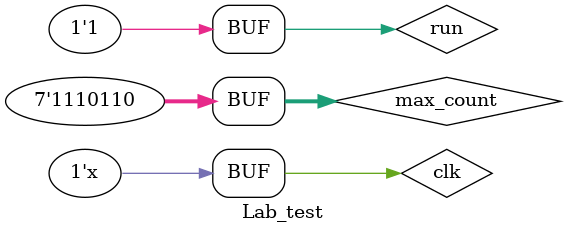
<source format=v>
module Lab_test;

	// Inputs
	reg [6:0] max_count;
	reg run;
	reg clk;

	// Outputs
	wire [3:0] digit_1;
	wire [3:0] digit_2;

	// Instantiate the Unit Under Test (UUT)
	Lab3 uut (
		.max_count(max_count), 
		.run(run), 
		.clk(clk), 
		.digit_1(digit_1), 
		.digit_2(digit_2)
	);
	
	always begin
		clk = ~clk;
		#5;
	end

	initial begin
		clk = 0;
		run = 0;
		max_count = 0;
		#100;
		// Set MAX to 73 while run=0
		max_count = 73;
		#10;
		// Wait, then set run to 1
		run = 1;
		#150;
		// Change MAX while run is 1 - should NOT affect the output;
		max_count = 15;
		#850;
		// At this time, the output should be 73. Reset it to zero and give it the new max by setting run to 0
		run = 0;
		#20
		// Count up to 15 by setting run to 1
		run = 1;
		#50;
		// Change max count to > 99
		max_count = 118;
		#500
		run=0;
		#20
		run=1;
		// Should count to 99 and stop
		// *** NOTE*** You will need to simulate 3us to see the entire waveform
	end
endmodule

</source>
